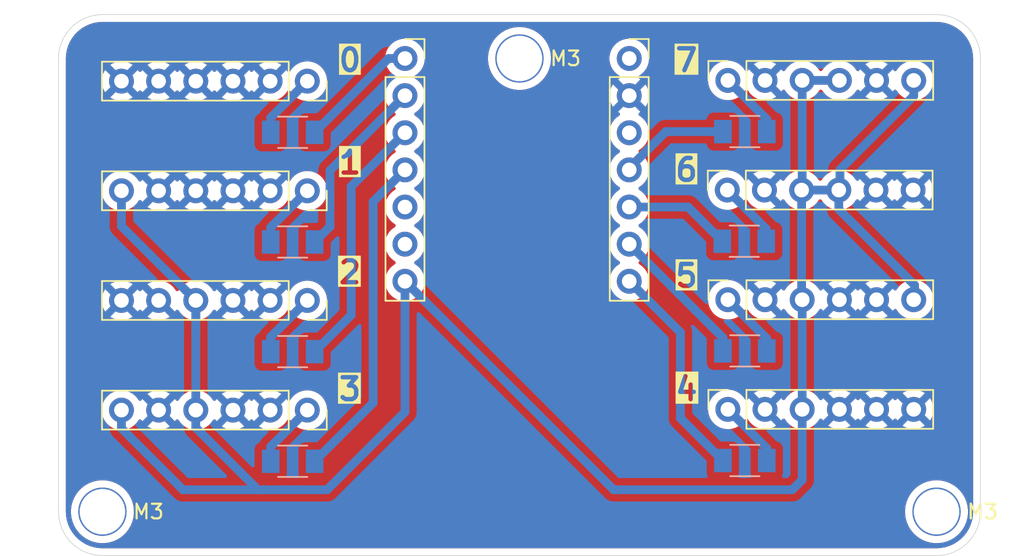
<source format=kicad_pcb>
(kicad_pcb (version 20241229) (generator "pcbnew") (generator_version "9.0")
  (layers (0 "F.Cu" signal) (2 "B.Cu" signal) (13 "F.Paste" user) (15 "B.Paste" user) (5 "F.SilkS" user "F.Silkscreen") (7 "B.SilkS" user "B.Silkscreen") (1 "F.Mask" user) (3 "B.Mask" user) (25 "Edge.Cuts" user))
  (net 0 "")
  (net 1 "GND")
  (net 2 "LED1")
  (net 3 "LED5")
  (net 4 "LED4")
  (net 5 "Pull up")
  (net 6 "LED7")
  (net 7 "LED3")
  (net 8 "LED2")
  (net 9 "LED6")
  (net 10 "LED8")
  (net 11 "Net-(J6-Pin_1)")
  (net 12 "Net-(J2-Pin_1)")
  (net 13 "Net-(J1-Pin_1)")
  (net 14 "Net-(J3-Pin_1)")
  (net 15 "Net-(J5-Pin_1)")
  (net 16 "Net-(J4-Pin_1)")
  (net 17 "Net-(J7-Pin_1)")
  (net 18 "Net-(J8-Pin_1)")
  (footprint "Connector_PinSocket_2.54mm:PinSocket_1x06_P2.54mm_Vertical" (layer "F.Cu") (at 213.74 77.5 90)
    (property "Reference" "J4" (hide yes))
    (property "Value" "Socket 06" (hide yes))
    (fp_line (start 1.33 -1.33) (end 1.33 0) (stroke (width 0.12)) (layer "F.SilkS"))
    (fp_line (start 0 -1.33) (end 1.33 -1.33) (stroke (width 0.12)) (layer "F.SilkS"))
    (fp_line (start 1.33 1.27) (end 1.33 14.03) (stroke (width 0.12)) (layer "F.SilkS"))
    (fp_line (start -1.33 1.27) (end 1.33 1.27) (stroke (width 0.12)) (layer "F.SilkS"))
    (fp_line (start -1.33 1.27) (end -1.33 14.03) (stroke (width 0.12)) (layer "F.SilkS"))
    (fp_line (start -1.33 14.03) (end 1.33 14.03) (stroke (width 0.12)) (layer "F.SilkS"))
    (pad "1" thru_hole circle (at 0 0 90) (size 1.7 1.7) (drill 1) (layers "*.Cu" "*.Mask") (net 16 "Net-(J4-Pin_1)"))
    (pad "2" thru_hole circle (at 0 2.54 90) (size 1.7 1.7) (drill 1) (layers "*.Cu" "*.Mask") (net 1 "GND"))
    (pad "3" thru_hole circle (at 0 5.08 90) (size 1.7 1.7) (drill 1) (layers "*.Cu" "*.Mask") (net 5 "Pull up"))
    (pad "4" thru_hole circle (at 0 7.62 90) (size 1.7 1.7) (drill 1) (layers "*.Cu" "*.Mask") (net 1 "GND"))
    (pad "5" thru_hole circle (at 0 10.16 90) (size 1.7 1.7) (drill 1) (layers "*.Cu" "*.Mask") (net 1 "GND"))
    (pad "6" thru_hole circle (at 0 12.7 90) (size 1.7 1.7) (drill 1) (layers "*.Cu" "*.Mask") (net 5 "Pull up"))
  )
  (footprint "Connector_PinSocket_2.54mm:PinSocket_1x06_P2.54mm_Vertical" (layer "F.Cu") (at 213.74 62.5 90)
    (property "Reference" "J8" (hide yes))
    (property "Value" "Socket 08" (hide yes))
    (fp_line (start 1.33 -1.33) (end 1.33 0) (stroke (width 0.12)) (layer "F.SilkS"))
    (fp_line (start 0 -1.33) (end 1.33 -1.33) (stroke (width 0.12)) (layer "F.SilkS"))
    (fp_line (start 1.33 1.27) (end 1.33 14.03) (stroke (width 0.12)) (layer "F.SilkS"))
    (fp_line (start -1.33 1.27) (end 1.33 1.27) (stroke (width 0.12)) (layer "F.SilkS"))
    (fp_line (start -1.33 1.27) (end -1.33 14.03) (stroke (width 0.12)) (layer "F.SilkS"))
    (fp_line (start -1.33 14.03) (end 1.33 14.03) (stroke (width 0.12)) (layer "F.SilkS"))
    (pad "1" thru_hole circle (at 0 0 90) (size 1.7 1.7) (drill 1) (layers "*.Cu" "*.Mask") (net 18 "Net-(J8-Pin_1)"))
    (pad "2" thru_hole circle (at 0 2.54 90) (size 1.7 1.7) (drill 1) (layers "*.Cu" "*.Mask") (net 1 "GND"))
    (pad "3" thru_hole circle (at 0 5.08 90) (size 1.7 1.7) (drill 1) (layers "*.Cu" "*.Mask") (net 5 "Pull up"))
    (pad "4" thru_hole circle (at 0 7.62 90) (size 1.7 1.7) (drill 1) (layers "*.Cu" "*.Mask") (net 5 "Pull up"))
    (pad "5" thru_hole circle (at 0 10.16 90) (size 1.7 1.7) (drill 1) (layers "*.Cu" "*.Mask") (net 1 "GND"))
    (pad "6" thru_hole circle (at 0 12.7 90) (size 1.7 1.7) (drill 1) (layers "*.Cu" "*.Mask") (net 5 "Pull up"))
  )
  (footprint "Connector_PinSocket_2.54mm:PinSocket_1x06_P2.54mm_Vertical" (layer "F.Cu") (at 185 70.05 -90)
    (property "Reference" "J1" (hide yes))
    (property "Value" "Socket 02" (hide yes))
    (fp_line (start -1.33 14.03) (end 1.33 14.03) (stroke (width 0.12)) (layer "F.SilkS"))
    (fp_line (start -1.33 1.27) (end -1.33 14.03) (stroke (width 0.12)) (layer "F.SilkS"))
    (fp_line (start -1.33 1.27) (end 1.33 1.27) (stroke (width 0.12)) (layer "F.SilkS"))
    (fp_line (start 1.33 1.27) (end 1.33 14.03) (stroke (width 0.12)) (layer "F.SilkS"))
    (fp_line (start 0 -1.33) (end 1.33 -1.33) (stroke (width 0.12)) (layer "F.SilkS"))
    (fp_line (start 1.33 -1.33) (end 1.33 0) (stroke (width 0.12)) (layer "F.SilkS"))
    (pad "1" thru_hole circle (at 0 0 270) (size 1.7 1.7) (drill 1) (layers "*.Cu" "*.Mask") (net 13 "Net-(J1-Pin_1)"))
    (pad "2" thru_hole circle (at 0 2.54 270) (size 1.7 1.7) (drill 1) (layers "*.Cu" "*.Mask") (net 1 "GND"))
    (pad "3" thru_hole circle (at 0 5.08 270) (size 1.7 1.7) (drill 1) (layers "*.Cu" "*.Mask") (net 1 "GND"))
    (pad "4" thru_hole circle (at 0 7.62 270) (size 1.7 1.7) (drill 1) (layers "*.Cu" "*.Mask") (net 1 "GND"))
    (pad "5" thru_hole circle (at 0 10.16 270) (size 1.7 1.7) (drill 1) (layers "*.Cu" "*.Mask") (net 1 "GND"))
    (pad "6" thru_hole circle (at 0 12.7 270) (size 1.7 1.7) (drill 1) (layers "*.Cu" "*.Mask") (net 5 "Pull up"))
  )
  (footprint "Connector_PinSocket_2.54mm:PinSocket_1x06_P2.54mm_Vertical" (layer "F.Cu") (at 185 62.55 -90)
    (property "Reference" "J3" (hide yes))
    (property "Value" "Socket 01" (hide yes))
    (fp_line (start -1.33 14.03) (end 1.33 14.03) (stroke (width 0.12)) (layer "F.SilkS"))
    (fp_line (start -1.33 1.27) (end -1.33 14.03) (stroke (width 0.12)) (layer "F.SilkS"))
    (fp_line (start -1.33 1.27) (end 1.33 1.27) (stroke (width 0.12)) (layer "F.SilkS"))
    (fp_line (start 1.33 1.27) (end 1.33 14.03) (stroke (width 0.12)) (layer "F.SilkS"))
    (fp_line (start 0 -1.33) (end 1.33 -1.33) (stroke (width 0.12)) (layer "F.SilkS"))
    (fp_line (start 1.33 -1.33) (end 1.33 0) (stroke (width 0.12)) (layer "F.SilkS"))
    (pad "1" thru_hole circle (at 0 0 270) (size 1.7 1.7) (drill 1) (layers "*.Cu" "*.Mask") (net 14 "Net-(J3-Pin_1)"))
    (pad "2" thru_hole circle (at 0 2.54 270) (size 1.7 1.7) (drill 1) (layers "*.Cu" "*.Mask") (net 1 "GND"))
    (pad "3" thru_hole circle (at 0 5.08 270) (size 1.7 1.7) (drill 1) (layers "*.Cu" "*.Mask") (net 1 "GND"))
    (pad "4" thru_hole circle (at 0 7.62 270) (size 1.7 1.7) (drill 1) (layers "*.Cu" "*.Mask") (net 1 "GND"))
    (pad "5" thru_hole circle (at 0 10.16 270) (size 1.7 1.7) (drill 1) (layers "*.Cu" "*.Mask") (net 1 "GND"))
    (pad "6" thru_hole circle (at 0 12.7 270) (size 1.7 1.7) (drill 1) (layers "*.Cu" "*.Mask") (net 1 "GND"))
  )
  (footprint "Connector_PinSocket_2.54mm:PinSocket_1x06_P2.54mm_Vertical" (layer "F.Cu") (at 213.74 85 90)
    (property "Reference" "J5" (hide yes))
    (property "Value" "Socket 05" (hide yes))
    (fp_line (start 1.33 -1.33) (end 1.33 0) (stroke (width 0.12)) (layer "F.SilkS"))
    (fp_line (start 0 -1.33) (end 1.33 -1.33) (stroke (width 0.12)) (layer "F.SilkS"))
    (fp_line (start 1.33 1.27) (end 1.33 14.03) (stroke (width 0.12)) (layer "F.SilkS"))
    (fp_line (start -1.33 1.27) (end 1.33 1.27) (stroke (width 0.12)) (layer "F.SilkS"))
    (fp_line (start -1.33 1.27) (end -1.33 14.03) (stroke (width 0.12)) (layer "F.SilkS"))
    (fp_line (start -1.33 14.03) (end 1.33 14.03) (stroke (width 0.12)) (layer "F.SilkS"))
    (pad "1" thru_hole circle (at 0 0 90) (size 1.7 1.7) (drill 1) (layers "*.Cu" "*.Mask") (net 15 "Net-(J5-Pin_1)"))
    (pad "2" thru_hole circle (at 0 2.54 90) (size 1.7 1.7) (drill 1) (layers "*.Cu" "*.Mask") (net 1 "GND"))
    (pad "3" thru_hole circle (at 0 5.08 90) (size 1.7 1.7) (drill 1) (layers "*.Cu" "*.Mask") (net 5 "Pull up"))
    (pad "4" thru_hole circle (at 0 7.62 90) (size 1.7 1.7) (drill 1) (layers "*.Cu" "*.Mask") (net 1 "GND"))
    (pad "5" thru_hole circle (at 0 10.16 90) (size 1.7 1.7) (drill 1) (layers "*.Cu" "*.Mask") (net 1 "GND"))
    (pad "6" thru_hole circle (at 0 12.7 90) (size 1.7 1.7) (drill 1) (layers "*.Cu" "*.Mask") (net 1 "GND"))
  )
  (footprint "Connector_PinSocket_2.54mm:PinSocket_1x06_P2.54mm_Vertical" (layer "F.Cu") (at 185 77.55 -90)
    (property "Reference" "J2" (hide yes))
    (property "Value" "Socket 03" (hide yes))
    (fp_line (start -1.33 14.03) (end 1.33 14.03) (stroke (width 0.12)) (layer "F.SilkS"))
    (fp_line (start -1.33 1.27) (end -1.33 14.03) (stroke (width 0.12)) (layer "F.SilkS"))
    (fp_line (start -1.33 1.27) (end 1.33 1.27) (stroke (width 0.12)) (layer "F.SilkS"))
    (fp_line (start 1.33 1.27) (end 1.33 14.03) (stroke (width 0.12)) (layer "F.SilkS"))
    (fp_line (start 0 -1.33) (end 1.33 -1.33) (stroke (width 0.12)) (layer "F.SilkS"))
    (fp_line (start 1.33 -1.33) (end 1.33 0) (stroke (width 0.12)) (layer "F.SilkS"))
    (pad "1" thru_hole circle (at 0 0 270) (size 1.7 1.7) (drill 1) (layers "*.Cu" "*.Mask") (net 12 "Net-(J2-Pin_1)"))
    (pad "2" thru_hole circle (at 0 2.54 270) (size 1.7 1.7) (drill 1) (layers "*.Cu" "*.Mask") (net 1 "GND"))
    (pad "3" thru_hole circle (at 0 5.08 270) (size 1.7 1.7) (drill 1) (layers "*.Cu" "*.Mask") (net 1 "GND"))
    (pad "4" thru_hole circle (at 0 7.62 270) (size 1.7 1.7) (drill 1) (layers "*.Cu" "*.Mask") (net 5 "Pull up"))
    (pad "5" thru_hole circle (at 0 10.16 270) (size 1.7 1.7) (drill 1) (layers "*.Cu" "*.Mask") (net 1 "GND"))
    (pad "6" thru_hole circle (at 0 12.7 270) (size 1.7 1.7) (drill 1) (layers "*.Cu" "*.Mask") (net 1 "GND"))
  )
  (footprint "Connector_PinSocket_2.54mm:PinSocket_1x07_P2.54mm_Vertical" (layer "F.Cu") (at 207 61)
    (property "Reference" "J10" (hide yes))
    (property "Value" "Xiao Left")
    (fp_line (start -1.33 1.27) (end -1.33 16.57) (stroke (width 0.12)) (layer "F.SilkS"))
    (fp_line (start -1.33 1.27) (end 1.33 1.27) (stroke (width 0.12)) (layer "F.SilkS"))
    (fp_line (start -1.33 16.57) (end 1.33 16.57) (stroke (width 0.12)) (layer "F.SilkS"))
    (fp_line (start 0 -1.33) (end 1.33 -1.33) (stroke (width 0.12)) (layer "F.SilkS"))
    (fp_line (start 1.33 -1.33) (end 1.33 0) (stroke (width 0.12)) (layer "F.SilkS"))
    (fp_line (start 1.33 1.27) (end 1.33 16.57) (stroke (width 0.12)) (layer "F.SilkS"))
    (pad "1" thru_hole circle (at 0 0) (size 1.7 1.7) (drill 1) (layers "*.Cu" "*.Mask"))
    (pad "2" thru_hole circle (at 0 2.54) (size 1.7 1.7) (drill 1) (layers "*.Cu" "*.Mask") (net 1 "GND"))
    (pad "3" thru_hole circle (at 0 5.08) (size 1.7 1.7) (drill 1) (layers "*.Cu" "*.Mask"))
    (pad "4" thru_hole circle (at 0 7.62) (size 1.7 1.7) (drill 1) (layers "*.Cu" "*.Mask") (net 10 "LED8"))
    (pad "5" thru_hole circle (at 0 10.16) (size 1.7 1.7) (drill 1) (layers "*.Cu" "*.Mask") (net 6 "LED7"))
    (pad "6" thru_hole circle (at 0 12.7) (size 1.7 1.7) (drill 1) (layers "*.Cu" "*.Mask") (net 9 "LED6"))
    (pad "7" thru_hole circle (at 0 15.24) (size 1.7 1.7) (drill 1) (layers "*.Cu" "*.Mask") (net 3 "LED5"))
  )
  (footprint "fab:MountingHole_M3" (layer "F.Cu") (at 228 92)
    (property "Reference" "REF**" (hide yes))
    (property "Value" "MountingHole_M3" (hide yes))
    (fp_text user "M3" (at 2 0 0) (layer "F.SilkS") (effects (font (thickness 0.15) (bold yes)) (justify left)))
    (pad "" thru_hole circle (at 0 0) (size 3.3 3.3) (drill 3.1) (layers "*.Cu" "*.Mask"))
  )
  (footprint "Connector_PinSocket_2.54mm:PinSocket_1x07_P2.54mm_Vertical" (layer "F.Cu") (at 191.675 61)
    (property "Reference" "J9" (hide yes))
    (property "Value" "Xiao Right")
    (fp_line (start -1.33 1.27) (end -1.33 16.57) (stroke (width 0.12)) (layer "F.SilkS"))
    (fp_line (start -1.33 1.27) (end 1.33 1.27) (stroke (width 0.12)) (layer "F.SilkS"))
    (fp_line (start -1.33 16.57) (end 1.33 16.57) (stroke (width 0.12)) (layer "F.SilkS"))
    (fp_line (start 0 -1.33) (end 1.33 -1.33) (stroke (width 0.12)) (layer "F.SilkS"))
    (fp_line (start 1.33 -1.33) (end 1.33 0) (stroke (width 0.12)) (layer "F.SilkS"))
    (fp_line (start 1.33 1.27) (end 1.33 16.57) (stroke (width 0.12)) (layer "F.SilkS"))
    (pad "1" thru_hole circle (at 0 0) (size 1.7 1.7) (drill 1) (layers "*.Cu" "*.Mask") (net 2 "LED1"))
    (pad "2" thru_hole circle (at 0 2.54) (size 1.7 1.7) (drill 1) (layers "*.Cu" "*.Mask") (net 8 "LED2"))
    (pad "3" thru_hole circle (at 0 5.08) (size 1.7 1.7) (drill 1) (layers "*.Cu" "*.Mask") (net 7 "LED3"))
    (pad "4" thru_hole circle (at 0 7.62) (size 1.7 1.7) (drill 1) (layers "*.Cu" "*.Mask") (net 4 "LED4"))
    (pad "5" thru_hole circle (at 0 10.16) (size 1.7 1.7) (drill 1) (layers "*.Cu" "*.Mask"))
    (pad "6" thru_hole circle (at 0 12.7) (size 1.7 1.7) (drill 1) (layers "*.Cu" "*.Mask"))
    (pad "7" thru_hole circle (at 0 15.24) (size 1.7 1.7) (drill 1) (layers "*.Cu" "*.Mask") (net 5 "Pull up"))
  )
  (footprint "Connector_PinSocket_2.54mm:PinSocket_1x06_P2.54mm_Vertical" (layer "F.Cu") (at 185 85.05 -90)
    (property "Reference" "J6" (hide yes))
    (property "Value" "Socket 04" (hide yes))
    (fp_line (start -1.33 14.03) (end 1.33 14.03) (stroke (width 0.12)) (layer "F.SilkS"))
    (fp_line (start -1.33 1.27) (end -1.33 14.03) (stroke (width 0.12)) (layer "F.SilkS"))
    (fp_line (start -1.33 1.27) (end 1.33 1.27) (stroke (width 0.12)) (layer "F.SilkS"))
    (fp_line (start 1.33 1.27) (end 1.33 14.03) (stroke (width 0.12)) (layer "F.SilkS"))
    (fp_line (start 0 -1.33) (end 1.33 -1.33) (stroke (width 0.12)) (layer "F.SilkS"))
    (fp_line (start 1.33 -1.33) (end 1.33 0) (stroke (width 0.12)) (layer "F.SilkS"))
    (pad "1" thru_hole circle (at 0 0 270) (size 1.7 1.7) (drill 1) (layers "*.Cu" "*.Mask") (net 11 "Net-(J6-Pin_1)"))
    (pad "2" thru_hole circle (at 0 2.54 270) (size 1.7 1.7) (drill 1) (layers "*.Cu" "*.Mask") (net 1 "GND"))
    (pad "3" thru_hole circle (at 0 5.08 270) (size 1.7 1.7) (drill 1) (layers "*.Cu" "*.Mask") (net 1 "GND"))
    (pad "4" thru_hole circle (at 0 7.62 270) (size 1.7 1.7) (drill 1) (layers "*.Cu" "*.Mask") (net 5 "Pull up"))
    (pad "5" thru_hole circle (at 0 10.16 270) (size 1.7 1.7) (drill 1) (layers "*.Cu" "*.Mask") (net 1 "GND"))
    (pad "6" thru_hole circle (at 0 12.7 270) (size 1.7 1.7) (drill 1) (layers "*.Cu" "*.Mask") (net 5 "Pull up"))
  )
  (footprint "fab:MountingHole_M3" (layer "F.Cu") (at 199.5 61)
    (property "Reference" "REF**" (hide yes))
    (property "Value" "MountingHole_M3" (hide yes))
    (fp_text user "M3" (at 2 0 0) (layer "F.SilkS") (effects (font (thickness 0.15) (bold yes)) (justify left)))
    (pad "" thru_hole circle (at 0 0) (size 3.3 3.3) (drill 3.1) (layers "*.Cu" "*.Mask"))
  )
  (footprint "Connector_PinSocket_2.54mm:PinSocket_1x06_P2.54mm_Vertical" (layer "F.Cu") (at 213.7 70 90)
    (property "Reference" "J7" (hide yes))
    (property "Value" "Socket 07" (hide yes))
    (fp_line (start 1.33 -1.33) (end 1.33 0) (stroke (width 0.12)) (layer "F.SilkS"))
    (fp_line (start 0 -1.33) (end 1.33 -1.33) (stroke (width 0.12)) (layer "F.SilkS"))
    (fp_line (start 1.33 1.27) (end 1.33 14.03) (stroke (width 0.12)) (layer "F.SilkS"))
    (fp_line (start -1.33 1.27) (end 1.33 1.27) (stroke (width 0.12)) (layer "F.SilkS"))
    (fp_line (start -1.33 1.27) (end -1.33 14.03) (stroke (width 0.12)) (layer "F.SilkS"))
    (fp_line (start -1.33 14.03) (end 1.33 14.03) (stroke (width 0.12)) (layer "F.SilkS"))
    (pad "1" thru_hole circle (at 0 0 90) (size 1.7 1.7) (drill 1) (layers "*.Cu" "*.Mask") (net 17 "Net-(J7-Pin_1)"))
    (pad "2" thru_hole circle (at 0 2.54 90) (size 1.7 1.7) (drill 1) (layers "*.Cu" "*.Mask") (net 1 "GND"))
    (pad "3" thru_hole circle (at 0 5.08 90) (size 1.7 1.7) (drill 1) (layers "*.Cu" "*.Mask") (net 5 "Pull up"))
    (pad "4" thru_hole circle (at 0 7.62 90) (size 1.7 1.7) (drill 1) (layers "*.Cu" "*.Mask") (net 5 "Pull up"))
    (pad "5" thru_hole circle (at 0 10.16 90) (size 1.7 1.7) (drill 1) (layers "*.Cu" "*.Mask") (net 1 "GND"))
    (pad "6" thru_hole circle (at 0 12.7 90) (size 1.7 1.7) (drill 1) (layers "*.Cu" "*.Mask") (net 1 "GND"))
  )
  (footprint "fab:MountingHole_M3" (layer "F.Cu") (at 171 92)
    (property "Reference" "REF**" (hide yes))
    (property "Value" "MountingHole_M3" (hide yes))
    (fp_text user "M3" (at 2 0 0) (layer "F.SilkS") (effects (font (thickness 0.15) (bold yes)) (justify left)))
    (pad "" thru_hole circle (at 0 0) (size 3.3 3.3) (drill 3.1) (layers "*.Cu" "*.Mask"))
  )
  (footprint "fab:R_1206" (layer "B.Cu") (at 214.9 66 180)
    (property "Reference" "R12" (hide yes))
    (property "Value" "Resistor" (hide yes))
    (fp_line (start 1 -1.07) (end -1 -1.07) (stroke (width 0.12)) (layer "B.SilkS"))
    (fp_line (start -1 1.07) (end 1 1.07) (stroke (width 0.12)) (layer "B.SilkS"))
    (pad "1" smd rect (at -1.5 0 180) (size 1.2 1.6) (layers "B.Cu" "B.Mask" "B.Paste") (net 18 "Net-(J8-Pin_1)"))
    (pad "2" smd rect (at 1.5 0 180) (size 1.2 1.6) (layers "B.Cu" "B.Mask" "B.Paste") (net 10 "LED8"))
  )
  (footprint "fab:R_1206" (layer "B.Cu") (at 184 88.55)
    (property "Reference" "R1" (hide yes))
    (property "Value" "Resistor" (hide yes))
    (fp_line (start -1 1.07) (end 1 1.07) (stroke (width 0.12)) (layer "B.SilkS"))
    (fp_line (start 1 -1.07) (end -1 -1.07) (stroke (width 0.12)) (layer "B.SilkS"))
    (pad "1" smd rect (at -1.5 0) (size 1.2 1.6) (layers "B.Cu" "B.Mask" "B.Paste") (net 11 "Net-(J6-Pin_1)"))
    (pad "2" smd rect (at 1.5 0) (size 1.2 1.6) (layers "B.Cu" "B.Mask" "B.Paste") (net 4 "LED4"))
  )
  (footprint "fab:R_1206" (layer "B.Cu") (at 214.9 88.5 180)
    (property "Reference" "R9" (hide yes))
    (property "Value" "Resistor" (hide yes))
    (fp_line (start 1 -1.07) (end -1 -1.07) (stroke (width 0.12)) (layer "B.SilkS"))
    (fp_line (start -1 1.07) (end 1 1.07) (stroke (width 0.12)) (layer "B.SilkS"))
    (pad "1" smd rect (at -1.5 0 180) (size 1.2 1.6) (layers "B.Cu" "B.Mask" "B.Paste") (net 15 "Net-(J5-Pin_1)"))
    (pad "2" smd rect (at 1.5 0 180) (size 1.2 1.6) (layers "B.Cu" "B.Mask" "B.Paste") (net 3 "LED5"))
  )
  (footprint "fab:R_1206" (layer "B.Cu") (at 184 81.05)
    (property "Reference" "R2" (hide yes))
    (property "Value" "Resistor" (hide yes))
    (fp_line (start -1 1.07) (end 1 1.07) (stroke (width 0.12)) (layer "B.SilkS"))
    (fp_line (start 1 -1.07) (end -1 -1.07) (stroke (width 0.12)) (layer "B.SilkS"))
    (pad "1" smd rect (at -1.5 0) (size 1.2 1.6) (layers "B.Cu" "B.Mask" "B.Paste") (net 12 "Net-(J2-Pin_1)"))
    (pad "2" smd rect (at 1.5 0) (size 1.2 1.6) (layers "B.Cu" "B.Mask" "B.Paste") (net 7 "LED3"))
  )
  (footprint "fab:R_1206" (layer "B.Cu") (at 184 73.55)
    (property "Reference" "R7" (hide yes))
    (property "Value" "Resistor" (hide yes))
    (fp_line (start -1 1.07) (end 1 1.07) (stroke (width 0.12)) (layer "B.SilkS"))
    (fp_line (start 1 -1.07) (end -1 -1.07) (stroke (width 0.12)) (layer "B.SilkS"))
    (pad "1" smd rect (at -1.5 0) (size 1.2 1.6) (layers "B.Cu" "B.Mask" "B.Paste") (net 13 "Net-(J1-Pin_1)"))
    (pad "2" smd rect (at 1.5 0) (size 1.2 1.6) (layers "B.Cu" "B.Mask" "B.Paste") (net 8 "LED2"))
  )
  (footprint "fab:R_1206" (layer "B.Cu") (at 214.86 73.5 180)
    (property "Reference" "R11" (hide yes))
    (property "Value" "Resistor" (hide yes))
    (fp_line (start 1 -1.07) (end -1 -1.07) (stroke (width 0.12)) (layer "B.SilkS"))
    (fp_line (start -1 1.07) (end 1 1.07) (stroke (width 0.12)) (layer "B.SilkS"))
    (pad "1" smd rect (at -1.5 0 180) (size 1.2 1.6) (layers "B.Cu" "B.Mask" "B.Paste") (net 17 "Net-(J7-Pin_1)"))
    (pad "2" smd rect (at 1.5 0 180) (size 1.2 1.6) (layers "B.Cu" "B.Mask" "B.Paste") (net 6 "LED7"))
  )
  (footprint "fab:R_1206" (layer "B.Cu") (at 214.9 81 180)
    (property "Reference" "R10" (hide yes))
    (property "Value" "Resistor" (hide yes))
    (fp_line (start 1 -1.07) (end -1 -1.07) (stroke (width 0.12)) (layer "B.SilkS"))
    (fp_line (start -1 1.07) (end 1 1.07) (stroke (width 0.12)) (layer "B.SilkS"))
    (pad "1" smd rect (at -1.5 0 180) (size 1.2 1.6) (layers "B.Cu" "B.Mask" "B.Paste") (net 16 "Net-(J4-Pin_1)"))
    (pad "2" smd rect (at 1.5 0 180) (size 1.2 1.6) (layers "B.Cu" "B.Mask" "B.Paste") (net 9 "LED6"))
  )
  (footprint "fab:R_1206" (layer "B.Cu") (at 184 66.05)
    (property "Reference" "R8" (hide yes))
    (property "Value" "Resistor" (hide yes))
    (fp_line (start -1 1.07) (end 1 1.07) (stroke (width 0.12)) (layer "B.SilkS"))
    (fp_line (start 1 -1.07) (end -1 -1.07) (stroke (width 0.12)) (layer "B.SilkS"))
    (pad "1" smd rect (at -1.5 0) (size 1.2 1.6) (layers "B.Cu" "B.Mask" "B.Paste") (net 14 "Net-(J3-Pin_1)"))
    (pad "2" smd rect (at 1.5 0) (size 1.2 1.6) (layers "B.Cu" "B.Mask" "B.Paste") (net 2 "LED1"))
  )
  (gr_line (start 168 61) (end 168 92) (stroke (width 0.05)) (layer "Edge.Cuts"))
  (gr_line (start 231 61) (end 231 92) (stroke (width 0.05)) (layer "Edge.Cuts"))
  (gr_arc (start 231 92) (mid 230.12132 94.12132) (end 228 95) (stroke (width 0.05)) (layer "Edge.Cuts"))
  (gr_line (start 228 58) (end 171 58) (stroke (width 0.05)) (layer "Edge.Cuts"))
  (gr_arc (start 171 95) (mid 168.87868 94.12132) (end 168 92) (stroke (width 0.05)) (layer "Edge.Cuts"))
  (gr_arc (start 168 61) (mid 168.87868 58.87868) (end 171 58) (stroke (width 0.05)) (layer "Edge.Cuts"))
  (gr_line (start 171 95) (end 228 95) (stroke (width 0.05)) (layer "Edge.Cuts"))
  (gr_arc (start 228 58) (mid 230.12132 58.87868) (end 231 61) (stroke (width 0.05)) (layer "Edge.Cuts"))
  (gr_text "7" (at 210 62 0) (layer "F.SilkS" knockout) (effects (font (size 1.5 1.5) (thickness 0.3) (bold yes)) (justify left bottom)))
  (gr_text "3" (at 187 84.5 0) (layer "F.SilkS" knockout) (effects (font (size 1.5 1.5) (thickness 0.3) (bold yes)) (justify left bottom)))
  (gr_text "5" (at 210 76.75 0) (layer "F.SilkS" knockout) (effects (font (size 1.5 1.5) (thickness 0.3) (bold yes)) (justify left bottom)))
  (gr_text "2" (at 187 76.5 0) (layer "F.SilkS" knockout) (effects (font (size 1.5 1.5) (thickness 0.3) (bold yes)) (justify left bottom)))
  (gr_text "6" (at 210 69.5 0) (layer "F.SilkS" knockout) (effects (font (size 1.5 1.5) (thickness 0.3) (bold yes)) (justify left bottom)))
  (gr_text "1" (at 187 69 0) (layer "F.SilkS" knockout) (effects (font (size 1.5 1.5) (thickness 0.3) (bold yes)) (justify left bottom)))
  (gr_text "4" (at 210 84.5 0) (layer "F.SilkS" knockout) (effects (font (size 1.5 1.5) (thickness 0.3) (bold yes)) (justify left bottom)))
  (gr_text "0" (at 187 62 0) (layer "F.SilkS" knockout) (effects (font (size 1.5 1.5) (thickness 0.3) (bold yes)) (justify left bottom)))
  (segment (start 190.55 61) (end 185.5 66.05) (width 0.6) (layer "B.Cu") (net 2))
  (segment (start 191.675 61) (end 190.55 61) (width 0.6) (layer "B.Cu") (net 2))
  (segment (start 210.5 79.74) (end 210.5 85.6) (width 0.6) (layer "B.Cu") (net 3))
  (segment (start 207 76.24) (end 210.5 79.74) (width 0.6) (layer "B.Cu") (net 3))
  (segment (start 210.5 85.6) (end 213.4 88.5) (width 0.6) (layer "B.Cu") (net 3))
  (segment (start 189.5 84.55) (end 185.5 88.55) (width 0.6) (layer "B.Cu") (net 4))
  (segment (start 191.675 68.62) (end 189.5 70.795) (width 0.6) (layer "B.Cu") (net 4))
  (segment (start 189.5 70.795) (end 189.5 84.55) (width 0.6) (layer "B.Cu") (net 4))
  (segment (start 221.32 71.32) (end 221.32 70) (width 0.6) (layer "B.Cu") (net 5))
  (segment (start 205.935 90.5) (end 191.675 76.24) (width 0.6) (layer "B.Cu") (net 5))
  (segment (start 218.82 69.96) (end 218.78 70) (width 0.6) (layer "B.Cu") (net 5))
  (segment (start 226.44 62.5) (end 226.44 63.56) (width 0.6) (layer "B.Cu") (net 5))
  (segment (start 226.5 76.5) (end 221.32 71.32) (width 0.6) (layer "B.Cu") (net 5))
  (segment (start 191.675 85.177) (end 186.352 90.5) (width 0.6) (layer "B.Cu") (net 5))
  (segment (start 218.78 77.46) (end 218.82 77.5) (width 0.6) (layer "B.Cu") (net 5))
  (segment (start 177.38 77.55) (end 172.3 72.47) (width 0.6) (layer "B.Cu") (net 5))
  (segment (start 218.82 85) (end 218.82 89.82) (width 0.6) (layer "B.Cu") (net 5))
  (segment (start 218.78 70) (end 221.32 70) (width 0.6) (layer "B.Cu") (net 5))
  (segment (start 172.3 85.05) (end 172.3 86.3) (width 0.6) (layer "B.Cu") (net 5))
  (segment (start 226.44 63.56) (end 221.4 68.6) (width 0.6) (layer "B.Cu") (net 5))
  (segment (start 218.78 70) (end 218.78 73.5) (width 0.6) (layer "B.Cu") (net 5))
  (segment (start 181.627919 90.5) (end 177.38 86.252081) (width 0.6) (layer "B.Cu") (net 5))
  (segment (start 172.3 86.3) (end 176.5 90.5) (width 0.6) (layer "B.Cu") (net 5))
  (segment (start 172.3 72.47) (end 172.3 70.05) (width 0.6) (layer "B.Cu") (net 5))
  (segment (start 177.38 85.05) (end 177.38 77.55) (width 0.6) (layer "B.Cu") (net 5))
  (segment (start 218.82 89.82) (end 218.14 90.5) (width 0.6) (layer "B.Cu") (net 5))
  (segment (start 176.5 90.5) (end 181.627919 90.5) (width 0.6) (layer "B.Cu") (net 5))
  (segment (start 218.82 62.5) (end 221.36 62.5) (width 0.6) (layer "B.Cu") (net 5))
  (segment (start 177.38 86.252081) (end 177.38 85.05) (width 0.6) (layer "B.Cu") (net 5))
  (segment (start 226.5 77.44) (end 226.5 76.5) (width 0.6) (layer "B.Cu") (net 5))
  (segment (start 218.82 62.5) (end 218.82 69.96) (width 0.6) (layer "B.Cu") (net 5))
  (segment (start 226.44 77.5) (end 226.5 77.44) (width 0.6) (layer "B.Cu") (net 5))
  (segment (start 218.78 73.5) (end 218.78 77.46) (width 0.6) (layer "B.Cu") (net 5))
  (segment (start 218.82 85) (end 218.82 77.5) (width 0.6) (layer "B.Cu") (net 5))
  (segment (start 221.4 69.92) (end 221.32 70) (width 0.6) (layer "B.Cu") (net 5))
  (segment (start 177.38 77.55) (end 177.38 79.87) (width 0.6) (layer "B.Cu") (net 5))
  (segment (start 186.352 90.5) (end 181.627919 90.5) (width 0.6) (layer "B.Cu") (net 5))
  (segment (start 221.4 68.6) (end 221.4 69.92) (width 0.6) (layer "B.Cu") (net 5))
  (segment (start 191.675 76.24) (end 191.675 85.177) (width 0.6) (layer "B.Cu") (net 5))
  (segment (start 218.14 90.5) (end 205.935 90.5) (width 0.6) (layer "B.Cu") (net 5))
  (segment (start 207 71.16) (end 211.02 71.16) (width 0.6) (layer "B.Cu") (net 6))
  (segment (start 211.02 71.16) (end 213.36 73.5) (width 0.6) (layer "B.Cu") (net 6))
  (segment (start 191.58 66.08) (end 191.5 66) (width 0.6) (layer "B.Cu") (net 7))
  (segment (start 191.675 66.08) (end 191.58 66.08) (width 0.6) (layer "B.Cu") (net 7))
  (segment (start 188 78.55) (end 185.5 81.05) (width 0.6) (layer "B.Cu") (net 7))
  (segment (start 188 69.755) (end 188 78.55) (width 0.6) (layer "B.Cu") (net 7))
  (segment (start 191.675 66.08) (end 188 69.755) (width 0.6) (layer "B.Cu") (net 7))
  (segment (start 191.675 63.54) (end 186.551 68.664) (width 0.6) (layer "B.Cu") (net 8))
  (segment (start 186.551 72.499) (end 185.5 73.55) (width 0.6) (layer "B.Cu") (net 8))
  (segment (start 186.551 68.664) (end 186.551 72.499) (width 0.6) (layer "B.Cu") (net 8))
  (segment (start 213.4 80.1) (end 213.4 81) (width 0.6) (layer "B.Cu") (net 9))
  (segment (start 207 73.7) (end 213.4 80.1) (width 0.6) (layer "B.Cu") (net 9))
  (segment (start 207 68.5) (end 209.5 66) (width 0.6) (layer "B.Cu") (net 10))
  (segment (start 209.5 66) (end 213.4 66) (width 0.6) (layer "B.Cu") (net 10))
  (segment (start 207 68.62) (end 207 68.5) (width 0.6) (layer "B.Cu") (net 10))
  (segment (start 182.5 87.55) (end 185 85.05) (width 0.6) (layer "B.Cu") (net 11))
  (segment (start 182.5 88.55) (end 182.5 87.55) (width 0.6) (layer "B.Cu") (net 11))
  (segment (start 182.5 80.05) (end 185 77.55) (width 0.6) (layer "B.Cu") (net 12))
  (segment (start 182.5 81.05) (end 182.5 80.05) (width 0.6) (layer "B.Cu") (net 12))
  (segment (start 182.5 72.55) (end 185 70.05) (width 0.6) (layer "B.Cu") (net 13))
  (segment (start 182.5 73.55) (end 182.5 72.55) (width 0.6) (layer "B.Cu") (net 13))
  (segment (start 182.5 66.05) (end 182.5 65.05) (width 0.6) (layer "B.Cu") (net 14))
  (segment (start 182.5 65.05) (end 185 62.55) (width 0.6) (layer "B.Cu") (net 14))
  (segment (start 216.4 88.5) (end 216.4 87.66) (width 0.6) (layer "B.Cu") (net 15))
  (segment (start 216.4 87.66) (end 213.74 85) (width 0.6) (layer "B.Cu") (net 15))
  (segment (start 216.4 81) (end 216.4 80.16) (width 0.6) (layer "B.Cu") (net 16))
  (segment (start 216.4 80.16) (end 213.74 77.5) (width 0.6) (layer "B.Cu") (net 16))
  (segment (start 216.36 72.66) (end 213.7 70) (width 0.6) (layer "B.Cu") (net 17))
  (segment (start 216.36 73.5) (end 216.36 72.66) (width 0.6) (layer "B.Cu") (net 17))
  (segment (start 216.4 65.16) (end 213.74 62.5) (width 0.6) (layer "B.Cu") (net 18))
  (segment (start 216.4 66) (end 216.4 65.16) (width 0.6) (layer "B.Cu") (net 18))
  (zone (net 0) (net_name "") (layer "F.Cu") (connect_pads (clearance 0.5)) (min_thickness 0.25) (fill yes (thermal_gap 0.5) (thermal_bridge_width 0.5) (island_removal_mode 1) (island_area_min 10))
    (polygon (pts (xy 234 57) (xy 234 95) (xy 164 95) (xy 164 57)))
  )
  (zone (net 1) (net_name "GND") (layer "B.Cu") (priority 1) (connect_pads (clearance 0.5)) (min_thickness 0.25) (fill yes (thermal_gap 0.5) (thermal_bridge_width 0.5))
    (polygon (pts (xy 164 57) (xy 164 95) (xy 234 95) (xy 234 57)))
  )
)
</source>
